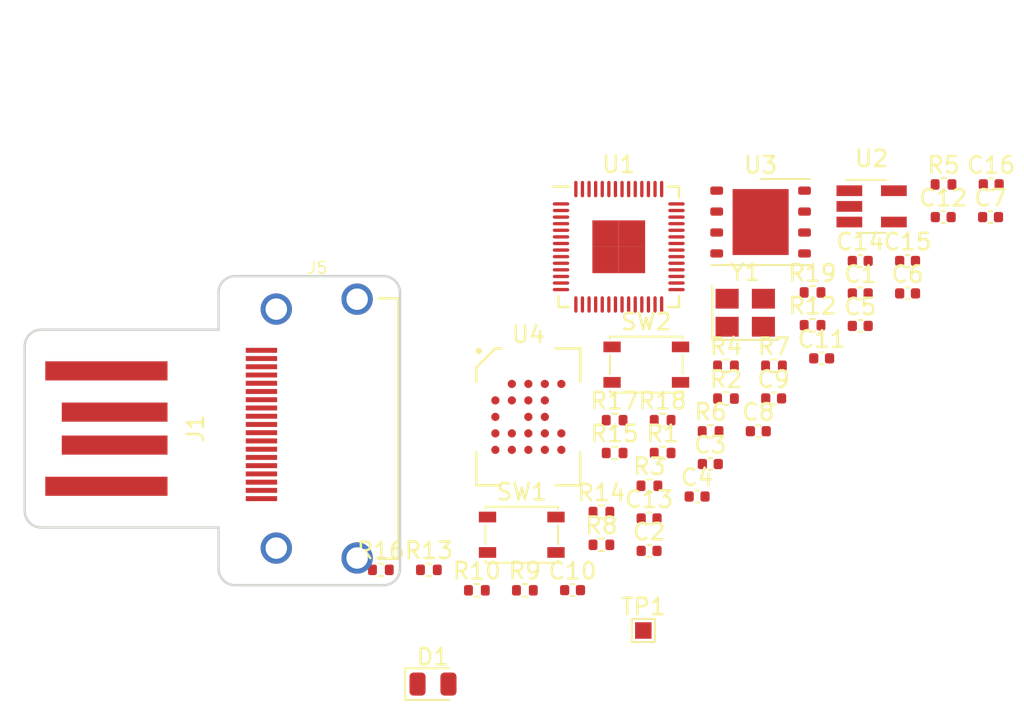
<source format=kicad_pcb>
(kicad_pcb (version 20210228) (generator pcbnew)
  (layers (0 "F.Cu" jumper) (1 "In1.Cu" power) (2 "In2.Cu" power) (31 "B.Cu" signal) (34 "B.Paste" user) (35 "F.Paste" user) (36 "B.SilkS" user "B.Silkscreen") (37 "F.SilkS" user "F.Silkscreen") (38 "B.Mask" user) (39 "F.Mask" user) (44 "Edge.Cuts" user))
  (net 0 "")
  (net 1 "+3V3")
  (net 2 "GND")
  (net 3 "+1V1")
  (net 4 "VBUS")
  (net 5 "/XOUT")
  (net 6 "/XIN")
  (net 7 "/DVI_D2+")
  (net 8 "/DVI_D1+")
  (net 9 "/DVI_D0+")
  (net 10 "/DVI_CK+")
  (net 11 "/DVI_D2-")
  (net 12 "/DVI_D1-")
  (net 13 "/DVI_D0-")
  (net 14 "/DVI_CK-")
  (net 15 "/USB_D-")
  (net 17 "/USB_D+")
  (net 18 "/SWCLK")
  (net 19 "/SWDIO")
  (net 21 "/~USER_BUTTON~")
  (net 22 "/USER_LED")
  (net 23 "/SPARE_IO")
  (net 24 "/HRAM_~RST~")
  (net 25 "/HRAM_RWDS")
  (net 26 "/HRAM_~CS~")
  (net 27 "/HRAM_CK")
  (net 28 "/HRAM_DQ7")
  (net 29 "/HRAM_DQ6")
  (net 30 "/HRAM_DQ5")
  (net 31 "/HRAM_DQ4")
  (net 32 "/HRAM_DQ3")
  (net 33 "/HRAM_DQ2")
  (net 34 "/HRAM_DQ1")
  (net 35 "/HRAM_DQ0")
  (net 36 "Net-(J5-Pad13)")
  (net 38 "/RUN_~RST~")
  (net 39 "/FLASH_SD3")
  (net 40 "/FLASH_SCK")
  (net 41 "/FLASH_SD0")
  (net 42 "/FLASH_SD2")
  (net 43 "/FLASH_SD1")
  (net 44 "/USB_DX-")
  (net 45 "/USB_DX+")
  (net 46 "/FLASH_~CS~")
  (net 47 "Net-(D1-Pad2)")
  (net 48 "/uC_DVI_SCL")
  (net 49 "/uC_DVI_SDA")
  (net 50 "/uC_DVI_CEC")
  (net 51 "/uC_DVI_D2+")
  (net 52 "/uC_DVI_D1+")
  (net 53 "/uC_DVI_D0+")
  (net 54 "/uC_DVI_CK+")
  (net 55 "/uC_DVI_D2-")
  (net 56 "/uC_DVI_D1-")
  (net 57 "/uC_DVI_D0-")
  (net 58 "/uC_DVI_CK-")
  (footprint "picodvi:QFN-56_EP_7x7_Pitch0.4mm" (layer "F.Cu") (at 236.76 98.97)
    (fp_text reference "U1" (at 0 -5) (layer "F.SilkS"))
    (fp_text value "RP2040")
    (fp_line (start 3 3.65) (end 3.65 3.65) (layer "F.SilkS") (width 0.15))
    (fp_line (start -3 -3.65) (end -4 -3.65) (layer "F.SilkS") (width 0.15))
    (fp_line (start -3.65 3.65) (end -3.65 3) (layer "F.SilkS") (width 0.15))
    (fp_line (start 3 -3.65) (end 3.65 -3.65) (layer "F.SilkS") (width 0.15))
    (fp_line (start -3 3.65) (end -3.65 3.65) (layer "F.SilkS") (width 0.15))
    (fp_line (start 3.65 -3.65) (end 3.65 -3) (layer "F.SilkS") (width 0.15))
    (fp_line (start 3.65 3.65) (end 3.65 3) (layer "F.SilkS") (width 0.15))
    (pad "0" smd rect (at 0.8 -0.8) (size 1.6 1.6) (layers "F.Cu" "F.Paste" "F.Mask") (net 2 "GND"))
    (pad "0" smd rect (at 0.8 0.8) (size 1.6 1.6) (layers "F.Cu" "F.Paste" "F.Mask") (net 2 "GND"))
    (pad "0" smd rect (at -0.8 -0.8) (size 1.6 1.6) (layers "F.Cu" "F.Paste" "F.Mask") (net 2 "GND"))
    (pad "0" smd rect (at -0.8 0.8) (size 1.6 1.6) (layers "F.Cu" "F.Paste" "F.Mask") (net 2 "GND"))
    (pad "1" smd oval (at -3.5 -2.6 90) (size 0.2 1) (layers "F.Cu" "F.Paste" "F.Mask") (net 1 "+3V3"))
    (pad "2" smd oval (at -3.5 -2.2 90) (size 0.2 1) (layers "F.Cu" "F.Paste" "F.Mask") (net 21 "/~USER_BUTTON~"))
    (pad "3" smd oval (at -3.5 -1.8 90) (size 0.2 1) (layers "F.Cu" "F.Paste" "F.Mask") (net 35 "/HRAM_DQ0"))
    (pad "4" smd oval (at -3.5 -1.4 90) (size 0.2 1) (layers "F.Cu" "F.Paste" "F.Mask") (net 34 "/HRAM_DQ1"))
    (pad "5" smd oval (at -3.5 -1 90) (size 0.2 1) (layers "F.Cu" "F.Paste" "F.Mask") (net 33 "/HRAM_DQ2"))
    (pad "6" smd oval (at -3.5 -0.6 90) (size 0.2 1) (layers "F.Cu" "F.Paste" "F.Mask") (net 32 "/HRAM_DQ3"))
    (pad "7" smd oval (at -3.5 -0.2 90) (size 0.2 1) (layers "F.Cu" "F.Paste" "F.Mask") (net 31 "/HRAM_DQ4"))
    (pad "8" smd oval (at -3.5 0.2 90) (size 0.2 1) (layers "F.Cu" "F.Paste" "F.Mask") (net 30 "/HRAM_DQ5"))
    (pad "9" smd oval (at -3.5 0.6 90) (size 0.2 1) (layers "F.Cu" "F.Paste" "F.Mask") (net 29 "/HRAM_DQ6"))
    (pad "10" smd oval (at -3.5 1 90) (size 0.2 1) (layers "F.Cu" "F.Paste" "F.Mask") (net 1 "+3V3"))
    (pad "11" smd oval (at -3.5 1.4 90) (size 0.2 1) (layers "F.Cu" "F.Paste" "F.Mask") (net 28 "/HRAM_DQ7"))
    (pad "12" smd oval (at -3.5 1.8 90) (size 0.2 1) (layers "F.Cu" "F.Paste" "F.Mask") (net 27 "/HRAM_CK"))
    (pad "13" smd oval (at -3.5 2.2 90) (size 0.2 1) (layers "F.Cu" "F.Paste" "F.Mask") (net 26 "/HRAM_~CS~"))
    (pad "14" smd oval (at -3.5 2.6 90) (size 0.2 1) (layers "F.Cu" "F.Paste" "F.Mask") (net 25 "/HRAM_RWDS"))
    (pad "15" smd oval (at -2.6 3.5) (size 0.2 1) (layers "F.Cu" "F.Paste" "F.Mask") (net 49 "/uC_DVI_SDA"))
    (pad "16" smd oval (at -2.2 3.5) (size 0.2 1) (layers "F.Cu" "F.Paste" "F.Mask") (net 48 "/uC_DVI_SCL"))
    (pad "17" smd oval (at -1.8 3.5) (size 0.2 1) (layers "F.Cu" "F.Paste" "F.Mask") (net 50 "/uC_DVI_CEC"))
    (pad "18" smd oval (at -1.4 3.5) (size 0.2 1) (layers "F.Cu" "F.Paste" "F.Mask") (net 22 "/USER_LED"))
    (pad "19" smd oval (at -1 3.5) (size 0.2 1) (layers "F.Cu" "F.Paste" "F.Mask") (net 2 "GND"))
    (pad "20" smd oval (at -0.6 3.5) (size 0.2 1) (layers "F.Cu" "F.Paste" "F.Mask") (net 6 "/XIN"))
    (pad "21" smd oval (at -0.2 3.5) (size 0.2 1) (layers "F.Cu" "F.Paste" "F.Mask") (net 5 "/XOUT"))
    (pad "22" smd oval (at 0.2 3.5) (size 0.2 1) (layers "F.Cu" "F.Paste" "F.Mask") (net 1 "+3V3"))
    (pad "23" smd oval (at 0.6 3.5) (size 0.2 1) (layers "F.Cu" "F.Paste" "F.Mask") (net 3 "+1V1"))
    (pad "24" smd oval (at 1 3.5) (size 0.2 1) (layers "F.Cu" "F.Paste" "F.Mask") (net 18 "/SWCLK"))
    (pad "25" smd oval (at 1.4 3.5) (size 0.2 1) (layers "F.Cu" "F.Paste" "F.Mask") (net 19 "/SWDIO"))
    (pad "26" smd oval (at 1.8 3.5) (size 0.2 1) (layers "F.Cu" "F.Paste" "F.Mask") (net 38 "/RUN_~RST~"))
    (pad "27" smd oval (at 2.2 3.5) (size 0.2 1) (layers "F.Cu" "F.Paste" "F.Mask") (net 58 "/uC_DVI_CK-"))
    (pad "28" smd oval (at 2.6 3.5) (size 0.2 1) (layers "F.Cu" "F.Paste" "F.Mask") (net 54 "/uC_DVI_CK+"))
    (pad "29" smd oval (at 3.5 2.6 90) (size 0.2 1) (layers "F.Cu" "F.Paste" "F.Mask") (net 57 "/uC_DVI_D0-"))
    (pad "30" smd oval (at 3.5 2.2 90) (size 0.2 1) (layers "F.Cu" "F.Paste" "F.Mask") (net 53 "/uC_DVI_D0+"))
    (pad "31" smd oval (at 3.5 1.8 90) (size 0.2 1) (layers "F.Cu" "F.Paste" "F.Mask") (net 56 "/uC_DVI_D1-"))
    (pad "32" smd oval (at 3.5 1.4 90) (size 0.2 1) (layers "F.Cu" "F.Paste" "F.Mask") (net 52 "/uC_DVI_D1+"))
    (pad "33" smd oval (at 3.5 1 90) (size 0.2 1) (layers "F.Cu" "F.Paste" "F.Mask") (net 1 "+3V3"))
    (pad "34" smd oval (at 3.5 0.6 90) (size 0.2 1) (layers "F.Cu" "F.Paste" "F.Mask") (net 55 "/uC_DVI_D2-"))
    (pad "35" smd oval (at 3.5 0.2 90) (size 0.2 1) (layers "F.Cu" "F.Paste" "F.Mask") (net 51 "/uC_DVI_D2+"))
    (pad "36" smd oval (at 3.5 -0.2 90) (size 0.2 1) (layers "F.Cu" "F.Paste" "F.Mask") (net 49 "/uC_DVI_SDA"))
    (pad "37" smd oval (at 3.5 -0.6 90) (size 0.2 1) (layers "F.Cu" "F.Paste" "F.Mask") (net 48 "/uC_DVI_SCL"))
    (pad "38" smd oval (at 3.5 -1 90) (size 0.2 1) (layers "F.Cu" "F.Paste" "F.Mask") (net 50 "/uC_DVI_CEC"))
    (pad "39" smd oval (at 3.5 -1.4 90) (size 0.2 1) (layers "F.Cu" "F.Paste" "F.Mask") (net 22 "/USER_LED"))
    (pad "40" smd oval (at 3.5 -1.8 90) (size 0.2 1) (layers "F.Cu" "F.Paste" "F.Mask") (net 23 "/SPARE_IO"))
    (pad "41" smd oval (at 3.5 -2.2 90) (size 0.2 1) (layers "F.Cu" "F.Paste" "F.Mask") (net 24 "/HRAM_~RST~"))
    (pad "42" smd oval (at 3.5 -2.6 90) (size 0.2 1) (layers "F.Cu" "F.Paste" "F.Mask") (net 1 "+3V3"))
    (pad "43" smd oval (at 2.6 -3.5) (size 0.2 1) (layers "F.Cu" "F.Paste" "F.Mask") (net 1 "+3V3"))
    (pad "44" smd oval (at 2.2 -3.5) (size 0.2 1) (layers "F.Cu" "F.Paste" "F.Mask") (net 1 "+3V3"))
    (pad "45" smd oval (at 1.8 -3.5) (size 0.2 1) (layers "F.Cu" "F.Paste" "F.Mask") (net 3 "+1V1"))
    (pad "46" smd oval (at 1.4 -3.5) (size 0.2 1) (layers "F.Cu" "F.Paste" "F.Mask") (net 44 "/USB_DX-"))
    (pad "47" smd oval (at 1 -3.5) (size 0.2 1) (layers "F.Cu" "F.Paste" "F.Mask") (net 45 "/USB_DX+"))
    (pad "48" smd oval (at 0.6 -3.5) (size 0.2 1) (layers "F.Cu" "F.Paste" "F.Mask") (net 1 "+3V3"))
    (pad "49" smd oval (at 0.2 -3.5) (size 0.2 1) (layers "F.Cu" "F.Paste" "F.Mask") (net 1 "+3V3"))
    (pad "50" smd oval (at -0.2 -3.5) (size 0.2 1) (layers "F.Cu" "F.Paste" "F.Mask") (net 3 "+1V1"))
    (pad "51" smd oval (at -0.6 -3.5) (size 0.2 1) (layers "F.Cu" "F.Paste" "F.Mask") (net 39 "/FLASH_SD3"))
    (pad "52" smd oval (at -1 -3.5) (size 0.2 1) (layers "F.Cu" "F.Paste" "F.Mask") (net 40 "/FLASH_SCK"))
    (pad "53" smd oval (at -1.4 -3.5) (size 0.2 1) (layers "F.Cu" "F.Paste" "F.Mask") (net 41 "/FLASH_SD0"))
    (pad "54" smd oval (at -1.8 -3.5) (size 0.2 1) (layers "F.Cu" "F.Paste" "F.Mask") (net 42 "/FLASH_SD2"))
    (pad "55" smd oval (at -2.2 -3.5) (size 0.2 1) (layers "F.Cu" "F.Paste" "F.Mask") (net 43 "/FLASH_SD1"))
    (pad "56" smd oval (at -2.6 -3.5) (size 0.2 1) (layers "F.Cu" "F.Paste" "F.Mask") (net 46 "/FLASH_~CS~"))
  )
  (footprint "Resistor_SMD:R_0402_1005Metric" (layer "F.Cu") (at 242.33 110.17)
    (fp_text reference "R6" (at 0 -1.17) (layer "F.SilkS"))
    (fp_text value "2k2")
    (fp_line (start -0.153641 0.38) (end 0.153641 0.38) (layer "F.SilkS") (width 0.12))
    (fp_line (start -0.153641 -0.38) (end 0.153641 -0.38) (layer "F.SilkS") (width 0.12))
    (pad "1" smd roundrect (at -0.51 0) (size 0.54 0.64) (layers "F.Cu" "F.Paste" "F.Mask") (net 22 "/USER_LED"))
    (pad "2" smd roundrect (at 0.51 0) (size 0.54 0.64) (layers "F.Cu" "F.Paste" "F.Mask") (net 47 "Net-(D1-Pad2)"))
  )
  (footprint "Capacitor_SMD:C_0402_1005Metric" (layer "F.Cu") (at 238.6 115.45)
    (fp_text reference "C13" (at 0 -1.16) (layer "F.SilkS"))
    (fp_text value "100n")
    (fp_line (start -0.107836 0.36) (end 0.107836 0.36) (layer "F.SilkS") (width 0.12))
    (fp_line (start -0.107836 -0.36) (end 0.107836 -0.36) (layer "F.SilkS") (width 0.12))
    (pad "1" smd roundrect (at -0.48 0) (size 0.56 0.62) (layers "F.Cu" "F.Paste" "F.Mask") (net 1 "+3V3"))
    (pad "2" smd roundrect (at 0.48 0) (size 0.56 0.62) (layers "F.Cu" "F.Paste" "F.Mask") (net 2 "GND"))
  )
  (footprint "Resistor_SMD:R_0402_1005Metric" (layer "F.Cu") (at 228.16 119.81)
    (fp_text reference "R10" (at 0 -1.17) (layer "F.SilkS"))
    (fp_text value "270")
    (fp_line (start -0.153641 0.38) (end 0.153641 0.38) (layer "F.SilkS") (width 0.12))
    (fp_line (start -0.153641 -0.38) (end 0.153641 -0.38) (layer "F.SilkS") (width 0.12))
    (pad "1" smd roundrect (at -0.51 0) (size 0.54 0.64) (layers "F.Cu" "F.Paste" "F.Mask") (net 36 "Net-(J5-Pad13)"))
    (pad "2" smd roundrect (at 0.51 0) (size 0.54 0.64) (layers "F.Cu" "F.Paste" "F.Mask") (net 50 "/uC_DVI_CEC"))
  )
  (footprint "Capacitor_SMD:C_0402_1005Metric" (layer "F.Cu") (at 254.27 101.8)
    (fp_text reference "C6" (at 0 -1.16) (layer "F.SilkS"))
    (fp_text value "100n")
    (fp_line (start -0.107836 -0.36) (end 0.107836 -0.36) (layer "F.SilkS") (width 0.12))
    (fp_line (start -0.107836 0.36) (end 0.107836 0.36) (layer "F.SilkS") (width 0.12))
    (pad "1" smd roundrect (at -0.48 0) (size 0.56 0.62) (layers "F.Cu" "F.Paste" "F.Mask") (net 1 "+3V3"))
    (pad "2" smd roundrect (at 0.48 0) (size 0.56 0.62) (layers "F.Cu" "F.Paste" "F.Mask") (net 2 "GND"))
  )
  (footprint "Capacitor_SMD:C_0402_1005Metric" (layer "F.Cu") (at 238.6 117.42)
    (fp_text reference "C2" (at 0 -1.16) (layer "F.SilkS"))
    (fp_text value "100n")
    (fp_line (start -0.107836 0.36) (end 0.107836 0.36) (layer "F.SilkS") (width 0.12))
    (fp_line (start -0.107836 -0.36) (end 0.107836 -0.36) (layer "F.SilkS") (width 0.12))
    (pad "1" smd roundrect (at -0.48 0) (size 0.56 0.62) (layers "F.Cu" "F.Paste" "F.Mask") (net 1 "+3V3"))
    (pad "2" smd roundrect (at 0.48 0) (size 0.56 0.62) (layers "F.Cu" "F.Paste" "F.Mask") (net 2 "GND"))
  )
  (footprint "Resistor_SMD:R_0402_1005Metric" (layer "F.Cu") (at 238.62 113.47)
    (fp_text reference "R3" (at 0 -1.17) (layer "F.SilkS"))
    (fp_text value "270")
    (fp_line (start -0.153641 0.38) (end 0.153641 0.38) (layer "F.SilkS") (width 0.12))
    (fp_line (start -0.153641 -0.38) (end 0.153641 -0.38) (layer "F.SilkS") (width 0.12))
    (pad "1" smd roundrect (at -0.51 0) (size 0.54 0.64) (layers "F.Cu" "F.Paste" "F.Mask") (net 46 "/FLASH_~CS~"))
    (pad "2" smd roundrect (at 0.51 0) (size 0.54 0.64) (layers "F.Cu" "F.Paste" "F.Mask") (net 21 "/~USER_BUTTON~"))
  )
  (footprint "Capacitor_SMD:C_0402_1005Metric" (layer "F.Cu") (at 259.3 97.17)
    (fp_text reference "C7" (at 0 -1.16) (layer "F.SilkS"))
    (fp_text value "1u")
    (fp_line (start -0.107836 -0.36) (end 0.107836 -0.36) (layer "F.SilkS") (width 0.12))
    (fp_line (start -0.107836 0.36) (end 0.107836 0.36) (layer "F.SilkS") (width 0.12))
    (pad "1" smd roundrect (at -0.48 0) (size 0.56 0.62) (layers "F.Cu" "F.Paste" "F.Mask") (net 4 "VBUS"))
    (pad "2" smd roundrect (at 0.48 0) (size 0.56 0.62) (layers "F.Cu" "F.Paste" "F.Mask") (net 2 "GND"))
  )
  (footprint "Resistor_SMD:R_0402_1005Metric" (layer "F.Cu") (at 248.51 103.73)
    (fp_text reference "R12" (at 0 -1.17) (layer "F.SilkS"))
    (fp_text value "270")
    (fp_line (start -0.153641 0.38) (end 0.153641 0.38) (layer "F.SilkS") (width 0.12))
    (fp_line (start -0.153641 -0.38) (end 0.153641 -0.38) (layer "F.SilkS") (width 0.12))
    (pad "1" smd roundrect (at -0.51 0) (size 0.54 0.64) (layers "F.Cu" "F.Paste" "F.Mask") (net 7 "/DVI_D2+"))
    (pad "2" smd roundrect (at 0.51 0) (size 0.54 0.64) (layers "F.Cu" "F.Paste" "F.Mask") (net 51 "/uC_DVI_D2+"))
  )
  (footprint "Resistor_SMD:R_0402_1005Metric" (layer "F.Cu") (at 246.17 106.19)
    (fp_text reference "R7" (at 0 -1.17) (layer "F.SilkS"))
    (fp_text value "2k2")
    (fp_line (start -0.153641 0.38) (end 0.153641 0.38) (layer "F.SilkS") (width 0.12))
    (fp_line (start -0.153641 -0.38) (end 0.153641 -0.38) (layer "F.SilkS") (width 0.12))
    (pad "1" smd roundrect (at -0.51 0) (size 0.54 0.64) (layers "F.Cu" "F.Paste" "F.Mask") (net 1 "+3V3"))
    (pad "2" smd roundrect (at 0.51 0) (size 0.54 0.64) (layers "F.Cu" "F.Paste" "F.Mask") (net 50 "/uC_DVI_CEC"))
  )
  (footprint "picodvi:SW_SPST_PTS815" (layer "F.Cu") (at 238.43 106.12)
    (fp_text reference "SW2" (at 0 -2.6) (layer "F.SilkS"))
    (fp_text value "SW_Push")
    (fp_line (start -2.2 -0.57) (end -2.2 0.57) (layer "F.SilkS") (width 0.12))
    (fp_line (start -2.2 1.58) (end -2.2 1.7) (layer "F.SilkS") (width 0.12))
    (fp_line (start 2.2 0.57) (end 2.2 -0.57) (layer "F.SilkS") (width 0.12))
    (fp_line (start -2.2 -1.7) (end -2.2 -1.58) (layer "F.SilkS") (width 0.12))
    (fp_line (start -2.2 1.7) (end 2.2 1.7) (layer "F.SilkS") (width 0.12))
    (fp_line (start 2.2 1.7) (end 2.2 1.58) (layer "F.SilkS") (width 0.12))
    (fp_line (start 2.2 -1.58) (end 2.2 -1.7) (layer "F.SilkS") (width 0.12))
    (fp_line (start 2.2 -1.7) (end -2.2 -1.7) (layer "F.SilkS") (width 0.12))
    (pad "" smd rect (at -2.075 -1.075) (size 1.05 0.65) (layers "F.Cu" "F.Paste" "F.Mask"))
    (pad "1" smd rect (at 2.075 -1.075) (size 1.05 0.65) (layers "F.Cu" "F.Paste" "F.Mask") (net 2 "GND"))
    (pad "2" smd rect (at 2.075 1.075) (size 1.05 0.65) (layers "F.Cu" "F.Paste" "F.Mask") (net 21 "/~USER_BUTTON~"))
    (pad "~" smd rect (at -2.075 1.075) (size 1.05 0.65) (layers "F.Cu" "F.Paste" "F.Mask"))
  )
  (footprint "Resistor_SMD:R_0402_1005Metric" (layer "F.Cu") (at 239.42 109.49)
    (fp_text reference "R18" (at 0 -1.17) (layer "F.SilkS"))
    (fp_text value "270")
    (fp_line (start -0.153641 0.38) (end 0.153641 0.38) (layer "F.SilkS") (width 0.12))
    (fp_line (start -0.153641 -0.38) (end 0.153641 -0.38) (layer "F.SilkS") (width 0.12))
    (pad "1" smd roundrect (at -0.51 0) (size 0.54 0.64) (layers "F.Cu" "F.Paste" "F.Mask") (net 13 "/DVI_D0-"))
    (pad "2" smd roundrect (at 0.51 0) (size 0.54 0.64) (layers "F.Cu" "F.Paste" "F.Mask") (net 57 "/uC_DVI_D0-"))
  )
  (footprint "Capacitor_SMD:C_0402_1005Metric" (layer "F.Cu") (at 242.31 112.15)
    (fp_text reference "C3" (at 0 -1.16) (layer "F.SilkS"))
    (fp_text value "1u")
    (fp_line (start -0.107836 0.36) (end 0.107836 0.36) (layer "F.SilkS") (width 0.12))
    (fp_line (start -0.107836 -0.36) (end 0.107836 -0.36) (layer "F.SilkS") (width 0.12))
    (pad "1" smd roundrect (at -0.48 0) (size 0.56 0.62) (layers "F.Cu" "F.Paste" "F.Mask") (net 3 "+1V1"))
    (pad "2" smd roundrect (at 0.48 0) (size 0.56 0.62) (layers "F.Cu" "F.Paste" "F.Mask") (net 2 "GND"))
  )
  (footprint "Resistor_SMD:R_0402_1005Metric" (layer "F.Cu") (at 236.51 109.49)
    (fp_text reference "R17" (at 0 -1.17) (layer "F.SilkS"))
    (fp_text value "270")
    (fp_line (start -0.153641 0.38) (end 0.153641 0.38) (layer "F.SilkS") (width 0.12))
    (fp_line (start -0.153641 -0.38) (end 0.153641 -0.38) (layer "F.SilkS") (width 0.12))
    (pad "1" smd roundrect (at -0.51 0) (size 0.54 0.64) (layers "F.Cu" "F.Paste" "F.Mask") (net 12 "/DVI_D1-"))
    (pad "2" smd roundrect (at 0.51 0) (size 0.54 0.64) (layers "F.Cu" "F.Paste" "F.Mask") (net 56 "/uC_DVI_D1-"))
  )
  (footprint "LED_SMD:LED_0805_2012Metric" (layer "F.Cu") (at 225.5 125.5)
    (fp_text reference "D1" (at 0 -1.65) (layer "F.SilkS"))
    (fp_text value "LED")
    (fp_line (start 1 -0.96) (end -1.685 -0.96) (layer "F.SilkS") (width 0.12))
    (fp_line (start -1.685 0.96) (end 1 0.96) (layer "F.SilkS") (width 0.12))
    (fp_line (start -1.685 -0.96) (end -1.685 0.96) (layer "F.SilkS") (width 0.12))
    (pad "1" smd roundrect (at -0.9375 0) (size 0.975 1.4) (layers "F.Cu" "F.Paste" "F.Mask") (net 2 "GND"))
    (pad "2" smd roundrect (at 0.9375 0) (size 0.975 1.4) (layers "F.Cu" "F.Paste" "F.Mask") (net 47 "Net-(D1-Pad2)"))
  )
  (footprint "picodvi:HDMI-SS-53000" (layer "F.Cu") (at 216 110 -90)
    (fp_text reference "J5" (at -9.75 -2.5) (layer "F.SilkS") (effects (font (size 0.7 0.7) (thickness 0.1))))
    (fp_text value "NOT_HDMI_A")
    (fp_line (start -7.9 -7.4) (end -7.9 -6.2) (layer "F.SilkS") (width 0.15))
    (fp_line (start -7.9 -7.4) (end 7.9 -7.4) (layer "F.SilkS") (width 0.15))
    (fp_line (start 7.9 -7.4) (end 7.9 -6.2) (layer "F.SilkS") (width 0.15))
    (pad "1" smd rect (at -4.75 0.9 270) (size 0.3 1.9) (layers "F.Cu" "F.Paste" "F.Mask") (net 7 "/DVI_D2+"))
    (pad "2" smd rect (at -4.25 0.9 270) (size 0.3 1.9) (layers "F.Cu" "F.Paste" "F.Mask") (net 2 "GND"))
    (pad "3" smd rect (at -3.75 0.9 270) (size 0.3 1.9) (layers "F.Cu" "F.Paste" "F.Mask") (net 11 "/DVI_D2-"))
    (pad "4" smd rect (at -3.25 0.9 270) (size 0.3 1.9) (layers "F.Cu" "F.Paste" "F.Mask") (net 8 "/DVI_D1+"))
    (pad "5" smd rect (at -2.75 0.9 270) (size 0.3 1.9) (layers "F.Cu" "F.Paste" "F.Mask") (net 2 "GND"))
    (pad "6" smd rect (at -2.25 0.9 270) (size 0.3 1.9) (layers "F.Cu" "F.Paste" "F.Mask") (net 12 "/DVI_D1-"))
    (pad "7" smd rect (at -1.75 0.9 270) (size 0.3 1.9) (layers "F.Cu" "F.Paste" "F.Mask") (net 9 "/DVI_D0+"))
    (pad "8" smd rect (at -1.25 0.9 270) (size 0.3 1.9) (layers "F.Cu" "F.Paste" "F.Mask") (net 2 "GND"))
    (pad "9" smd rect (at -0.75 0.9 270) (size 0.3 1.9) (layers "F.Cu" "F.Paste" "F.Mask") (net 13 "/DVI_D0-"))
    (pad "10" smd rect (at -0.25 0.9 270) (size 0.3 1.9) (layers "F.Cu" "F.Paste" "F.Mask") (net 10 "/DVI_CK+"))
    (pad "11" smd rect (at 0.25 0.9 270) (size 0.3 1.9) (layers "F.Cu" "F.Paste" "F.Mask") (net 2 "GND"))
    (pad "12" smd rect (at 0.75 0.9 270) (size 0.3 1.9) (layers "F.Cu" "F.Paste" "F.Mask") (net 14 "/DVI_CK-"))
    (pad "13" smd rect (at 1.25 0.9 270) (size 0.3 1.9) (layers "F.Cu" "F.Paste" "F.Mask") (net 36 "Net-(J5-Pad13)"))
    (pad "14" smd rect (at 1.75 0.9 270) (size 0.3 1.9) (layers "F.Cu" "F.Paste" "F.Mask"))
    (pad "15" smd rect (at 2.25 0.9 270) (size 0.3 1.9) (layers "F.Cu" "F.Paste" "F.Mask") (net 48 "/uC_DVI_SCL"))
    (pad "16" smd rect (at 2.75 0.9 270) (size 0.3 1.9) (layers "F.Cu" "F.Paste" "F.Mask") (net 49 "/uC_DVI_SDA"))
    (pad "17" smd rect (at 3.25 0.9 270) (size 0.3 1.9) (layers "F.Cu" "F.Paste" "F.Mask") (net 2 "GND"))
    (pad "18" smd rect (at 3.75 0.9 270) (size 0.3 1.9) (layers "F.Cu" "F.Paste" "F.Mask") (net 4 "VBUS"))
    (pad "19" smd rect (at 4.25 0.9 270) (size 0.3 1.9) (layers "F.Cu" "F.Paste" "F.Mask"))
    (pad "SH" thru_hole circle (at 7.25 0 270) (size 1.9 1.9) (drill 1.3) (layers *.Cu *.Mask) (net 2 "GND"))
    (pad "SH" thru_hole circle (at -7.85 -4.9 270) (size 1.9 1.9) (drill 1.3) (layers *.Cu *.Mask) (net 2 "GND"))
    (pad "SH" thru_hole circle (at -7.25 0 270) (size 1.9 1.9) (drill 1.3) (layers *.Cu *.Mask) (net 2 "GND"))
    (pad "SH" thru_hole circle (at 7.85 -4.9 270) (size 1.9 1.9) (drill 1.3) (layers *.Cu *.Mask) (net 2 "GND"))
  )
  (footprint "Resistor_SMD:R_0402_1005Metric" (layer "F.Cu") (at 222.34 118.57)
    (fp_text reference "R16" (at 0 -1.17) (layer "F.SilkS"))
    (fp_text value "270")
    (fp_line (start -0.153641 0.38) (end 0.153641 0.38) (layer "F.SilkS") (width 0.12))
    (fp_line (start -0.153641 -0.38) (end 0.153641 -0.38) (layer "F.SilkS") (width 0.12))
    (pad "1" smd roundrect (at -0.51 0) (size 0.54 0.64) (layers "F.Cu" "F.Paste" "F.Mask") (net 11 "/DVI_D2-"))
    (pad "2" smd roundrect (at 0.51 0) (size 0.54 0.64) (layers "F.Cu" "F.Paste" "F.Mask") (net 55 "/uC_DVI_D2-"))
  )
  (footprint "Capacitor_SMD:C_0402_1005Metric" (layer "F.Cu") (at 245.22 110.16)
    (fp_text reference "C8" (at 0 -1.16) (layer "F.SilkS"))
    (fp_text value "100n")
    (fp_line (start -0.107836 0.36) (end 0.107836 0.36) (layer "F.SilkS") (width 0.12))
    (fp_line (start -0.107836 -0.36) (end 0.107836 -0.36) (layer "F.SilkS") (width 0.12))
    (pad "1" smd roundrect (at -0.48 0) (size 0.56 0.62) (layers "F.Cu" "F.Paste" "F.Mask") (net 3 "+1V1"))
    (pad "2" smd roundrect (at 0.48 0) (size 0.56 0.62) (layers "F.Cu" "F.Paste" "F.Mask") (net 2 "GND"))
  )
  (footprint "Crystal:Crystal_SMD_3225-4Pin_3.2x2.5mm" (layer "F.Cu") (at 244.43 102.97)
    (fp_text reference "Y1" (at 0 -2.45) (layer "F.SilkS"))
    (fp_text value "12 M")
    (fp_line (start -2 -1.65) (end -2 1.65) (layer "F.SilkS") (width 0.12))
    (fp_line (start -2 1.65) (end 2 1.65) (layer "F.SilkS") (width 0.12))
    (pad "1" smd rect (at -1.1 0.85) (size 1.4 1.2) (layers "F.Cu" "F.Paste" "F.Mask") (net 5 "/XOUT"))
    (pad "2" smd rect (at 1.1 0.85) (size 1.4 1.2) (layers "F.Cu" "F.Paste" "F.Mask") (net 2 "GND"))
    (pad "3" smd rect (at 1.1 -0.85) (size 1.4 1.2) (layers "F.Cu" "F.Paste" "F.Mask") (net 6 "/XIN"))
    (pad "4" smd rect (at -1.1 -0.85) (size 1.4 1.2) (layers "F.Cu" "F.Paste" "F.Mask") (net 2 "GND"))
  )
  (footprint "Resistor_SMD:R_0402_1005Metric" (layer "F.Cu") (at 243.26 106.19)
    (fp_text reference "R4" (at 0 -1.17) (layer "F.SilkS"))
    (fp_text value "27R")
    (fp_line (start -0.153641 -0.38) (end 0.153641 -0.38) (layer "F.SilkS") (width 0.12))
    (fp_line (start -0.153641 0.38) (end 0.153641 0.38) (layer "F.SilkS") (width 0.12))
    (pad "1" smd roundrect (at -0.51 0) (size 0.54 0.64) (layers "F.Cu" "F.Paste" "F.Mask") (net 15 "/USB_D-"))
    (pad "2" smd roundrect (at 0.51 0) (size 0.54 0.64) (layers "F.Cu" "F.Paste" "F.Mask") (net 44 "/USB_DX-"))
  )
  (footprint "Capacitor_SMD:C_0402_1005Metric" (layer "F.Cu") (at 246.15 108.17)
    (fp_text reference "C9" (at 0 -1.16) (layer "F.SilkS"))
    (fp_text value "100n")
    (fp_line (start -0.107836 0.36) (end 0.107836 0.36) (layer "F.SilkS") (width 0.12))
    (fp_line (start -0.107836 -0.36) (end 0.107836 -0.36) (layer "F.SilkS") (width 0.12))
    (pad "1" smd roundrect (at -0.48 0) (size 0.56 0.62) (layers "F.Cu" "F.Paste" "F.Mask") (net 1 "+3V3"))
    (pad "2" smd roundrect (at 0.48 0) (size 0.56 0.62) (layers "F.Cu" "F.Paste" "F.Mask") (net 2 "GND"))
  )
  (footprint "Package_TO_SOT_SMD:SOT-23-5_HandSoldering" (layer "F.Cu") (at 252.09 96.52)
    (fp_text reference "U2" (at 0 -2.9) (layer "F.SilkS"))
    (fp_text value "NCP115ASN330")
    (fp_line (start 0.9 -1.61) (end -1.55 -1.61) (layer "F.SilkS") (width 0.12))
    (fp_line (start -0.9 1.61) (end 0.9 1.61) (layer "F.SilkS") (width 0.12))
    (pad "1" smd rect (at -1.35 -0.95) (size 1.56 0.65) (layers "F.Cu" "F.Paste" "F.Mask") (net 4 "VBUS"))
    (pad "2" smd rect (at -1.35 0) (size 1.56 0.65) (layers "F.Cu" "F.Paste" "F.Mask") (net 2 "GND"))
    (pad "3" smd rect (at -1.35 0.95) (size 1.56 0.65) (layers "F.Cu" "F.Paste" "F.Mask") (net 4 "VBUS"))
    (pad "4" smd rect (at 1.35 0.95) (size 1.56 0.65) (layers "F.Cu" "F.Paste" "F.Mask"))
    (pad "5" smd rect (at 1.35 -0.95) (size 1.56 0.65) (layers "F.Cu" "F.Paste" "F.Mask") (net 1 "+3V3"))
  )
  (footprint "Capacitor_SMD:C_0402_1005Metric" (layer "F.Cu") (at 254.27 99.83)
    (fp_text reference "C15" (at 0 -1.16) (layer "F.SilkS"))
    (fp_text value "100n")
    (fp_line (start -0.107836 0.36) (end 0.107836 0.36) (layer "F.SilkS") (width 0.12))
    (fp_line (start -0.107836 -0.36) (end 0.107836 -0.36) (layer "F.SilkS") (width 0.12))
    (pad "1" smd roundrect (at -0.48 0) (size 0.56 0.62) (layers "F.Cu" "F.Paste" "F.Mask") (net 1 "+3V3"))
    (pad "2" smd roundrect (at 0.48 0) (size 0.56 0.62) (layers "F.Cu" "F.Paste" "F.Mask") (net 2 "GND"))
  )
  (footprint "Resistor_SMD:R_0402_1005Metric" (layer "F.Cu") (at 239.42 111.48)
    (fp_text reference "R1" (at 0 -1.17) (layer "F.SilkS"))
    (fp_text value "2k2")
    (fp_line (start -0.153641 0.38) (end 0.153641 0.38) (layer "F.SilkS") (width 0.12))
    (fp_line (start -0.153641 -0.38) (end 0.153641 -0.38) (layer "F.SilkS") (width 0.12))
    (pad "1" smd roundrect (at -0.51 0) (size 0.54 0.64) (layers "F.Cu" "F.Paste" "F.Mask") (net 1 "+3V3"))
    (pad "2" smd roundrect (at 0.51 0) (size 0.54 0.64) (layers "F.Cu" "F.Paste" "F.Mask") (net 38 "/RUN_~RST~"))
  )
  (footprint "Resistor_SMD:R_0402_1005Metric" (layer "F.Cu") (at 248.51 101.74)
    (fp_text reference "R19" (at 0 -1.17) (layer "F.SilkS"))
    (fp_text value "270")
    (fp_line (start -0.153641 -0.38) (end 0.153641 -0.38) (layer "F.SilkS") (width 0.12))
    (fp_line (start -0.153641 0.38) (end 0.153641 0.38) (layer "F.SilkS") (width 0.12))
    (pad "1" smd roundrect (at -0.51 0) (size 0.54 0.64) (layers "F.Cu" "F.Paste" "F.Mask") (net 14 "/DVI_CK-"))
    (pad "2" smd roundrect (at 0.51 0) (size 0.54 0.64) (layers "F.Cu" "F.Paste" "F.Mask") (net 58 "/uC_DVI_CK-"))
  )
  (footprint "Capacitor_SMD:C_0402_1005Metric" (layer "F.Cu") (at 259.34 95.18)
    (fp_text reference "C16" (at 0 -1.16) (layer "F.SilkS"))
    (fp_text value "100n")
    (fp_line (start -0.107836 -0.36) (end 0.107836 -0.36) (layer "F.SilkS") (width 0.12))
    (fp_line (start -0.107836 0.36) (end 0.107836 0.36) (layer "F.SilkS") (width 0.12))
    (pad "1" smd roundrect (at -0.48 0) (size 0.56 0.62) (layers "F.Cu" "F.Paste" "F.Mask") (net 1 "+3V3"))
    (pad "2" smd roundrect (at 0.48 0) (size 0.56 0.62) (layers "F.Cu" "F.Paste" "F.Mask") (net 2 "GND"))
  )
  (footprint "TestPoint:TestPoint_Pad_1.0x1.0mm" (layer "F.Cu") (at 238.25 122.25)
    (fp_text reference "TP1" (at 0 -1.448) (layer "F.SilkS"))
    (fp_text value "TestPoint")
    (fp_line (start -0.7 0.7) (end -0.7 -0.7) (layer "F.SilkS") (width 0.12))
    (fp_line (start -0.7 -0.7) (end 0.7 -0.7) (layer "F.SilkS") (width 0.12))
    (fp_line (start 0.7 -0.7) (end 0.7 0.7) (layer "F.SilkS") (width 0.12))
    (fp_line (start 0.7 0.7) (end -0.7 0.7) (layer "F.SilkS") (width 0.12))
    (pad "1" smd rect (at 0 0) (size 1 1) (layers "F.Cu" "F.Mask") (net 23 "/SPARE_IO"))
  )
  (footprint "Resistor_SMD:R_0402_1005Metric" (layer "F.Cu") (at 235.71 117.05)
    (fp_text reference "R8" (at 0 -1.17) (layer "F.SilkS"))
    (fp_text value "2k2")
    (fp_line (start -0.153641 -0.38) (end 0.153641 -0.38) (layer "F.SilkS") (width 0.12))
    (fp_line (start -0.153641 0.38) (end 0.153641 0.38) (layer "F.SilkS") (width 0.12))
    (pad "1" smd roundrect (at -0.51 0) (size 0.54 0.64) (layers "F.Cu" "F.Paste" "F.Mask") (net 4 "VBUS"))
    (pad "2" smd roundrect (at 0.51 0) (size 0.54 0.64) (layers "F.Cu" "F.Paste" "F.Mask") (net 48 "/uC_DVI_SCL"))
  )
  (footprint "Capacitor_SMD:C_0402_1005Metric" (layer "F.Cu") (at 233.96 119.8)
    (fp_text reference "C10" (at 0 -1.16) (layer "F.SilkS"))
    (fp_text value "10p")
    (fp_line (start -0.107836 0.36) (end 0.107836 0.36) (layer "F.SilkS") (width 0.12))
    (fp_line (start -0.107836 -0.36) (end 0.107836 -0.36) (layer "F.SilkS") (width 0.12))
    (pad "1" smd roundrect (at -0.48 0) (size 0.56 0.62) (layers "F.Cu" "F.Paste" "F.Mask") (net 5 "/XOUT"))
    (pad "2" smd roundrect (at 0.48 0) (size 0.56 0.62) (layers "F.Cu" "F.Paste" "F.Mask") (net 2 "GND"))
  )
  (footprint "Capacitor_SMD:C_0402_1005Metric" (layer "F.Cu") (at 251.4 103.77)
    (fp_text reference "C5" (at 0 -1.16) (layer "F.SilkS"))
    (fp_text value "100n")
    (fp_line (start -0.107836 -0.36) (end 0.107836 -0.36) (layer "F.SilkS") (width 0.12))
    (fp_line (start -0.107836 0.36) (end 0.107836 0.36) (layer "F.SilkS") (width 0.12))
    (pad "1" smd roundrect (at -0.48 0) (size 0.56 0.62) (layers "F.Cu" "F.Paste" "F.Mask") (net 3 "+1V1"))
    (pad "2" smd roundrect (at 0.48 0) (size 0.56 0.62) (layers "F.Cu" "F.Paste" "F.Mask") (net 2 "GND"))
  )
  (footprint "Capacitor_SMD:C_0402_1005Metric" (layer "F.Cu") (at 249.06 105.74)
    (fp_text reference "C11" (at 0 -1.16) (layer "F.SilkS"))
    (fp_text value "1u")
    (fp_line (start -0.107836 0.36) (end 0.107836 0.36) (layer "F.SilkS") (width 0.12))
    (fp_line (start -0.107836 -0.36) (end 0.107836 -0.36) (layer "F.SilkS") (width 0.12))
    (pad "1" smd roundrect (at -0.48 0) (size 0.56 0.62) (layers "F.Cu" "F.Paste" "F.Mask") (net 1 "+3V3"))
    (pad "2" smd roundrect (at 0.48 0) (size 0.56 0.62) (layers "F.Cu" "F.Paste" "F.Mask") (net 2 "GND"))
  )
  (footprint "Resistor_SMD:R_0402_1005Metric" (layer "F.Cu") (at 256.45 95.19)
    (fp_text reference "R5" (at 0 -1.17) (layer "F.SilkS"))
    (fp_text value "27R")
    (fp_line (start -0.153641 -0.38) (end 0.153641 -0.38) (layer "F.SilkS") (width 0.12))
    (fp_line (start -0.153641 0.38) (end 0.153641 0.38) (layer "F.SilkS") (width 0.12))
    (pad "1" smd roundrect (at -0.51 0) (size 0.54 0.64) (layers "F.Cu" "F.Paste" "F.Mask") (net 17 "/USB_D+"))
    (pad "2" smd roundrect (at 0.51 0) (size 0.54 0.64) (layers "F.Cu" "F.Paste" "F.Mask") (net 45 "/USB_DX+"))
  )
  (footprint "Resistor_SMD:R_0402_1005Metric" (layer "F.Cu") (at 236.51 111.48)
    (fp_text reference "R15" (at 0 -1.17) (layer "F.SilkS"))
    (fp_text value "270")
    (fp_line (start -0.153641 0.38) (end 0.153641 0.38) (layer "F.SilkS") (width 0.12))
    (fp_line (start -0.153641 -0.38) (end 0.153641 -0.38) (layer "F.SilkS") (width 0.12))
    (pad "1" smd roundrect (at -0.51 0) (size 0.54 0.64) (layers "F.Cu" "F.Paste" "F.Mask") (net 10 "/DVI_CK+"))
    (pad "2" smd roundrect (at 0.51 0) (size 0.54 0.64) (layers "F.Cu" "F.Paste" "F.Mask") (net 54 "/uC_DVI_CK+"))
  )
  (footprint "Capacitor_SMD:C_0402_1005Metric" (layer "F.Cu") (at 241.51 114.12)
    (fp_text reference "C4" (at 0 -1.16) (layer "F.SilkS"))
    (fp_text value "100n")
    (fp_line (start -0.107836 0.36) (end 0.107836 0.36) (layer "F.SilkS") (width 0.12))
    (fp_line (start -0.107836 -0.36) (end 0.107836 -0.36) (layer "F.SilkS") (width 0.12))
    (pad "1" smd roundrect (at -0.48 0) (size 0.56 0.62) (layers "F.Cu" "F.Paste" "F.Mask") (net 1 "+3V3"))
    (pad "2" smd roundrect (at 0.48 0) (size 0.56 0.62) (layers "F.Cu" "F.Paste" "F.Mask") (net 2 "GND"))
  )
  (footprint "picodvi:SW_SPST_PTS815" (layer "F.Cu") (at 230.88 116.44)
    (fp_text reference "SW1" (at 0 -2.6) (layer "F.SilkS"))
    (fp_text value "SW_Push")
    (fp_line (start 2.2 0.57) (end 2.2 -0.57) (layer "F.SilkS") (width 0.12))
    (fp_line (start -2.2 1.7) (end 2.2 1.7) (layer "F.SilkS") (width 0.12))
    (fp_line (start -2.2 -0.57) (end -2.2 0.57) (layer "F.SilkS") (width 0.12))
    (fp_line (start 2.2 -1.58) (end 2.2 -1.7) (layer "F.SilkS") (width 0.12))
    (fp_line (start 2.2 1.7) (end 2.2 1.58) (layer "F.SilkS") (width 0.12))
    (fp_line (start 2.2 -1.7) (end -2.2 -1.7) (layer "F.SilkS") (width 0.12))
    (fp_line (start -2.2 -1.7) (end -2.2 -1.58) (layer "F.SilkS") (width 0.12))
    (fp_line (start -2.2 1.58) (end -2.2 1.7) (layer "F.SilkS") (width 0.12))
    (pad "" smd rect (at -2.075 -1.075) (size 1.05 0.65) (layers "F.Cu" "F.Paste" "F.Mask"))
    (pad "1" smd rect (at 2.075 -1.075) (size 1.05 0.65) (layers "F.Cu" "F.Paste" "F.Mask") (net 2 "GND"))
    (pad "2" smd rect (at 2.075 1.075) (size 1.05 0.65) (layers "F.Cu" "F.Paste" "F.Mask") (net 38 "/RUN_~RST~"))
    (pad "~" smd rect (at -2.075 1.075) (size 1.05 0.65) (layers "F.Cu" "F.Paste" "F.Mask"))
  )
  (footprint "Capacitor_SMD:C_0402_1005Metric" (layer "F.Cu") (at 251.4 99.83)
    (fp_text reference "C14" (at 0 -1.16) (layer "F.SilkS"))
    (fp_text value "100n")
    (fp_line (start -0.107836 -0.36) (end 0.107836 -0.36) (layer "F.SilkS") (width 0.12))
    (fp_line (start -0.107836 0.36) (end 0.107836 0.36) (layer "F.SilkS") (width 0.12))
    (pad "1" smd roundrect (at -0.48 0) (size 0.56 0.62) (layers "F.Cu" "F.Paste" "F.Mask") (net 1 "+3V3"))
    (pad "2" smd roundrect (at 0.48 0) (size 0.56 0.62) (layers "F.Cu" "F.Paste" "F.Mask") (net 2 "GND"))
  )
  (footprint "picodvi:S70KS128" (layer "F.Cu") (at 231.28 109.29)
    (fp_text reference "U4" (at 0 -5) (layer "F.SilkS"))
    (fp_text value "S70KS128")
    (fp_line (start 1.65 4.15) (end 3.15 4.15) (layer "F.SilkS") (width 0.15))
    (fp_line (start 1.65 -4.15) (end 3.15 -4.15) (layer "F.SilkS") (width 0.15))
    (fp_line (start -2 -4.15) (end -3.15 -3) (layer "F.SilkS") (width 0.15))
    (fp_line (start -3.15 -3) (end -3.15 -2.15) (layer "F.SilkS") (width 0.15))
    (fp_line (start 3.15 4.15) (end 3.15 2.15) (layer "F.SilkS") (width 0.15))
    (fp_line (start 3.15 -4.15) (end 3.15 -2.15) (layer "F.SilkS") (width 0.15))
    (fp_line (start 1.65 -4.15) (end 3.15 -4.15) (layer "F.SilkS") (width 0.15))
    (fp_line (start 1.65 -4.15) (end 3.15 -4.15) (layer "F.SilkS") (width 0.15))
    (fp_line (start 3.15 -4.15) (end 3.15 -2.15) (layer "F.SilkS") (width 0.15))
    (fp_line (start -3.15 4.15) (end -3.15 2.15) (layer "F.SilkS") (width 0.15))
    (fp_line (start 3.15 -4.15) (end 3.15 -2.15) (layer "F.SilkS") (width 0.15))
    (fp_line (start -1.65 4.15) (end -3.15 4.15) (layer "F.SilkS") (width 0.15))
    (fp_line (start -1.65 -4.15) (end -2 -4.15) (layer "F.SilkS") (width 0.15))
    (fp_circle (center -3 -4) (end -3 -3.9) (layer "F.SilkS") (width 0.2) (fill none))
    (pad "A2" smd circle (at -1 -2) (size 0.5 0.5) (layers "F.Cu" "F.Paste" "F.Mask"))
    (pad "A3" smd circle (at 0 -2) (size 0.5 0.5) (layers "F.Cu" "F.Paste" "F.Mask") (net 26 "/HRAM_~CS~"))
    (pad "A4" smd circle (at 1 -2) (size 0.5 0.5) (layers "F.Cu" "F.Paste" "F.Mask") (net 24 "/HRAM_~RST~"))
    (pad "A5" smd circle (at 2 -2) (size 0.5 0.5) (layers "F.Cu" "F.Paste" "F.Mask"))
    (pad "B1" smd circle (at -2 -1) (size 0.5 0.5) (layers "F.Cu" "F.Paste" "F.Mask"))
    (pad "B2" smd circle (at -1 -1) (size 0.5 0.5) (layers "F.Cu" "F.Paste" "F.Mask") (net 27 "/HRAM_CK"))
    (pad "B3" smd circle (at 0 -1) (size 0.5 0.5) (layers "F.Cu" "F.Paste" "F.Mask") (net 2 "GND"))
    (pad "B4" smd circle (at 1 -1) (size 0.5 0.5) (layers "F.Cu" "F.Paste" "F.Mask") (net 1 "+3V3"))
    (pad "C1" smd circle (at -2 0) (size 0.5 0.5) (layers "F.Cu" "F.Paste" "F.Mask") (net 2 "GND"))
    (pad "C3" smd circle (at 0 0) (size 0.5 0.5) (layers "F.Cu" "F.Paste" "F.Mask") (net 25 "/HRAM_RWDS"))
    (pad "C4" smd circle (at 1 0) (size 0.5 0.5) (layers "F.Cu" "F.Paste" "F.Mask") (net 33 "/HRAM_DQ2"))
    (pad "D1" smd circle (at -2 1) (size 0.5 0.5) (layers "F.Cu" "F.Paste" "F.Mask") (net 1 "+3V3"))
    (pad "D2" smd circle (at -1 1) (size 0.5 0.5) (layers "F.Cu" "F.Paste" "F.Mask") (net 34 "/HRAM_DQ1"))
    (pad "D3" smd circle (at 0 1) (size 0.5 0.5) (layers "F.Cu" "F.Paste" "F.Mask") (net 35 "/HRAM_DQ0"))
    (pad "D4" smd circle (at 1 1) (size 0.5 0.5) (layers "F.Cu" "F.Paste" "F.Mask") (net 32 "/HRAM_DQ3"))
    (pad "D5" smd circle (at 2 1) (size 0.5 0.5) (layers "F.Cu" "F.Paste" "F.Mask") (net 31 "/HRAM_DQ4"))
    (pad "E1" smd circle (at -2 2) (size 0.5 0.5) (layers "F.Cu" "F.Paste" "F.Mask") (net 28 "/HRAM_DQ7"))
    (pad "E2" smd circle (at -1 2) (size 0.5 0.5) (layers "F.Cu" "F.Paste" "F.Mask") (net 29 "/HRAM_DQ6"))
    (pad "E3" smd circle (at 0 2) (size 0.5 0.5) (layers "F.Cu" "F.Paste" "F.Mask") (net 30 "/HRAM_DQ5"))
    (pad "E4" smd circle (at 1 2) (size 0.5 0.5) (layers "F.Cu" "F.Paste" "F.Mask") (net 1 "+3V3"))
    (pad "E5" smd circle (at 2 2) (size 0.5 0.5) (layers "F.Cu" "F.Paste" "F.Mask") (net 2 "GND"))
  )
  (footprint "Resistor_SMD:R_0402_1005Metric" (layer "F.Cu") (at 243.26 108.18)
    (fp_text reference "R2" (at 0 -1.17) (layer "F.SilkS"))
    (fp_text value "2k2")
    (fp_line (start -0.153641 0.38) (end 0.153641 0.38) (layer "F.SilkS") (width 0.12))
    (fp_line (start -0.153641 -0.38) (end 0.153641 -0.38) (layer "F.SilkS") (width 0.12))
    (pad "1" smd roundrect (at -0.51 0) (size 0.54 0.64) (layers "F.Cu" "F.Paste" "F.Mask") (net 1 "+3V3"))
    (pad "2" smd roundrect (at 0.51 0) (size 0.54 0.64) (layers "F.Cu" "F.Paste" "F.Mask") (net 21 "/~USER_BUTTON~"))
  )
  (footprint "Capacitor_SMD:C_0402_1005Metric" (layer "F.Cu") (at 256.43 97.17)
    (fp_text reference "C12" (at 0 -1.16) (layer "F.SilkS"))
    (fp_text value "10p")
    (fp_line (start -0.107836 -0.36) (end 0.107836 -0.36) (layer "F.SilkS") (width 0.12))
    (fp_line (start -0.107836 0.36) (end 0.107836 0.36) (layer "F.SilkS") (width 0.12))
    (pad "1" smd roundrect (at -0.48 0) (size 0.56 0.62) (layers "F.Cu" "F.Paste" "F.Mask") (net 6 "/XIN"))
    (pad "2" smd roundrect (at 0.48 0) (size 0.56 0.62) (layers "F.Cu" "F.Paste" "F.Mask") (net 2 "GND"))
  )
  (footprint "Resistor_SMD:R_0402_1005Metric" (layer "F.Cu") (at 225.25 118.57)
    (fp_text reference "R13" (at 0 -1.17) (layer "F.SilkS"))
    (fp_text value "270")
    (fp_line (start -0.153641 0.38) (end 0.153641 0.38) (layer "F.SilkS") (width 0.12))
    (fp_line (start -0.153641 -0.38) (end 0.153641 -0.38) (layer "F.SilkS") (width 0.12))
    (pad "1" smd roundrect (at -0.51 0) (size 0.54 0.64) (layers "F.Cu" "F.Paste" "F.Mask") (net 8 "/DVI_D1+"))
    (pad "2" smd roundrect (at 0.51 0) (size 0.54 0.64) (layers "F.Cu" "F.Paste" "F.Mask") (net 52 "/uC_DVI_D1+"))
  )
  (footprint "Capacitor_SMD:C_0402_1005Metric" (layer "F.Cu") (at 251.4 101.8)
    (fp_text reference "C1" (at 0 -1.16) (layer "F.SilkS"))
    (fp_text value "1u")
    (fp_line (start -0.107836 -0.36) (end 0.107836 -0.36) (layer "F.SilkS") (width 0.12))
    (fp_line (start -0.107836 0.36) (end 0.107836 0.36) (layer "F.SilkS") (width 0.12))
    (pad "1" smd roundrect (at -0.48 0) (size 0.56 0.62) (layers "F.Cu" "F.Paste" "F.Mask") (net 1 "+3V3"))
    (pad "2" smd roundrect (at 0.48 0) (size 0.56 0.62) (layers "F.Cu" "F.Paste" "F.Mask") (net 2 "GND"))
  )
  (footprint "Resistor_SMD:R_0402_1005Metric" (layer "F.Cu") (at 235.71 115.06)
    (fp_text reference "R14" (at 0 -1.17) (layer "F.SilkS"))
    (fp_text value "270")
    (fp_line (start -0.153641 -0.38) (end 0.153641 -0.38) (layer "F.SilkS") (width 0.12))
    (fp_line (start -0.153641 0.38) (end 0.153641 0.38) (layer "F.SilkS") (width 0.12))
    (pad "1" smd roundrect (at -0.51 0) (size 0.54 0.64) (layers "F.Cu" "F.Paste" "F.Mask") (net 9 "/DVI_D0+"))
    (pad "2" smd roundrect (at 0.51 0) (size 0.54 0.64) (layers "F.Cu" "F.Paste" "F.Mask") (net 53 "/uC_DVI_D0+"))
  )
  (footprint "picodvi:USB_A_PLUG_PCB" (layer "F.Cu") (at 212.5 110 90)
    (fp_text reference "J1" (at 0 -1.4 90 unlocked) (layer "F.SilkS"))
    (fp_text value "USB_A")
    (pad "1" smd rect (at -3.5 -6.8 90) (size 1.16 7.41) (layers "F.Cu" "F.Mask") (net 4 "VBUS"))
    (pad "2" smd rect (at -1 -6.3 90) (size 1.16 6.41) (layers "F.Cu" "F.Mask") (net 15 "/USB_D-"))
    (pad "3" smd rect (at 1 -6.3 90) (size 1.16 6.41) (layers "F.Cu" "F.Mask") (net 17 "/USB_D+"))
    (pad "4" smd rect (at 3.5 -6.8 90) (size 1.16 7.41) (layers "F.Cu" "F.Mask") (net 2 "GND"))
  )
  (footprint "Package_SON:WSON-8-1EP_6x5mm_P1.27mm_EP3.4x4mm" (layer "F.Cu") (at 245.36 97.47)
    (fp_text reference "U3" (at 0 -3.45) (layer "F.SilkS"))
    (fp_text value "W25Q16JV")
    (fp_line (start 0 -2.61) (end 3 -2.61) (layer "F.SilkS") (width 0.12))
    (fp_line (start -3 2.61) (end 3 2.61) (layer "F.SilkS") (width 0.12))
    (pad "1" smd roundrect (at -2.6625 -1.905) (size 0.775 0.5) (layers "F.Cu" "F.Paste" "F.Mask") (net 46 "/FLASH_~CS~"))
    (pad "2" smd roundrect (at -2.6625 -0.635) (size 0.775 0.5) (layers "F.Cu" "F.Paste" "F.Mask") (net 43 "/FLASH_SD1"))
    (pad "3" smd roundrect (at -2.6625 0.635) (size 0.775 0.5) (layers "F.Cu" "F.Paste" "F.Mask") (net 42 "/FLASH_SD2"))
    (pad "4" smd roundrect (at -2.6625 1.905) (size 0.775 0.5) (layers "F.Cu" "F.Paste" "F.Mask") (net 2 "GND"))
    (pad "5" smd roundrect (at 2.6625 1.905) (size 0.775 0.5) (layers "F.Cu" "F.Paste" "F.Mask") (net 41 "/FLASH_SD0"))
    (pad "6" smd roundrect (at 2.6625 0.635) (size 0.775 0.5) (layers "F.Cu" "F.Paste" "F.Mask") (net 40 "/FLASH_SCK"))
    (pad "7" smd roundrect (at 2.6625 -0.635) (size 0.775 0.5) (layers "F.Cu" "F.Paste" "F.Mask") (net 39 "/FLASH_SD3"))
    (pad "8" smd roundrect (at 2.6625 -1.905) (size 0.775 0.5) (layers "F.Cu" "F.Paste" "F.Mask") (net 1 "+3V3"))
    (pad "9" smd rect (at 0 0) (size 3.4 4) (layers "F.Cu" "F.Mask"))
  )
  (footprint "Resistor_SMD:R_0402_1005Metric" (layer "F.Cu") (at 231.07 119.81)
    (fp_text reference "R9" (at 0 -1.17) (layer "F.SilkS"))
    (fp_text value "2k2")
    (fp_line (start -0.153641 0.38) (end 0.153641 0.38) (layer "F.SilkS") (width 0.12))
    (fp_line (start -0.153641 -0.38) (end 0.153641 -0.38) (layer "F.SilkS") (width 0.12))
    (pad "1" smd roundrect (at -0.51 0) (size 0.54 0.64) (layers "F.Cu" "F.Paste" "F.Mask") (net 4 "VBUS"))
    (pad "2" smd roundrect (at 0.51 0) (size 0.54 0.64) (layers "F.Cu" "F.Paste" "F.Mask") (net 49 "/uC_DVI_SDA"))
  )
  (gr_line (start 212.5 118.5) (end 212.5 116) (layer "Edge.Cuts") (width 0.15))
  (gr_arc (start 201.75 115) (end 201.75 116) (angle 90) (layer "Edge.Cuts") (width 0.15))
  (gr_line (start 200.75 115) (end 200.75 105) (layer "Edge.Cuts") (width 0.15))
  (gr_line (start 222.5 119.5) (end 213.5 119.5) (layer "Edge.Cuts") (width 0.15))
  (gr_line (start 212.5 116) (end 201.75 116) (layer "Edge.Cuts") (width 0.15))
  (gr_arc (start 222.5 101.75) (end 223.5 101.75) (angle -90) (layer "Edge.Cuts") (width 0.15))
  (gr_line (start 212.5 104) (end 212.5 101.75) (layer "Edge.Cuts") (width 0.15))
  (gr_arc (start 222.5 118.5) (end 223.5 118.5) (angle 90) (layer "Edge.Cuts") (width 0.15))
  (gr_arc (start 201.75 105) (end 200.75 105) (angle 90) (layer "Edge.Cuts") (width 0.15))
  (gr_line (start 201.75 104) (end 212.5 104) (layer "Edge.Cuts") (width 0.15))
  (gr_line (start 223.5 101.75) (end 223.5 118.5) (layer "Edge.Cuts") (width 0.15))
  (gr_arc (start 213.5 101.75) (end 212.5 101.75) (angle 90) (layer "Edge.Cuts") (width 0.15))
  (gr_line (start 213.5 100.75) (end 222.5 100.75) (layer "Edge.Cuts") (width 0.15))
  (gr_arc (start 213.5 118.5) (end 212.5 118.5) (angle -90) (layer "Edge.Cuts") (width 0.15))
)
</source>
